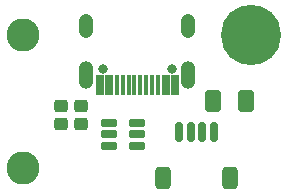
<source format=gbr>
%TF.GenerationSoftware,KiCad,Pcbnew,8.0.2*%
%TF.CreationDate,2025-12-10T20:50:01-08:00*%
%TF.ProjectId,Numpad_Daughterboard,4e756d70-6164-45f4-9461-756768746572,rev?*%
%TF.SameCoordinates,Original*%
%TF.FileFunction,Soldermask,Bot*%
%TF.FilePolarity,Negative*%
%FSLAX46Y46*%
G04 Gerber Fmt 4.6, Leading zero omitted, Abs format (unit mm)*
G04 Created by KiCad (PCBNEW 8.0.2) date 2025-12-10 20:50:01*
%MOMM*%
%LPD*%
G01*
G04 APERTURE LIST*
G04 Aperture macros list*
%AMRoundRect*
0 Rectangle with rounded corners*
0 $1 Rounding radius*
0 $2 $3 $4 $5 $6 $7 $8 $9 X,Y pos of 4 corners*
0 Add a 4 corners polygon primitive as box body*
4,1,4,$2,$3,$4,$5,$6,$7,$8,$9,$2,$3,0*
0 Add four circle primitives for the rounded corners*
1,1,$1+$1,$2,$3*
1,1,$1+$1,$4,$5*
1,1,$1+$1,$6,$7*
1,1,$1+$1,$8,$9*
0 Add four rect primitives between the rounded corners*
20,1,$1+$1,$2,$3,$4,$5,0*
20,1,$1+$1,$4,$5,$6,$7,0*
20,1,$1+$1,$6,$7,$8,$9,0*
20,1,$1+$1,$8,$9,$2,$3,0*%
G04 Aperture macros list end*
%ADD10RoundRect,0.262900X-0.325400X-0.262900X0.325400X-0.262900X0.325400X0.262900X-0.325400X0.262900X0*%
%ADD11C,2.801600*%
%ADD12C,0.801600*%
%ADD13RoundRect,0.050800X-0.300000X-0.820000X0.300000X-0.820000X0.300000X0.820000X-0.300000X0.820000X0*%
%ADD14RoundRect,0.050800X-0.150000X-0.820000X0.150000X-0.820000X0.150000X0.820000X-0.150000X0.820000X0*%
%ADD15O,1.254000X2.354000*%
%ADD16O,1.254000X2.054000*%
%ADD17RoundRect,0.175400X-0.500400X-0.175400X0.500400X-0.175400X0.500400X0.175400X-0.500400X0.175400X0*%
%ADD18RoundRect,0.175400X0.175400X0.650400X-0.175400X0.650400X-0.175400X-0.650400X0.175400X-0.650400X0*%
%ADD19RoundRect,0.271166X0.379634X0.679634X-0.379634X0.679634X-0.379634X-0.679634X0.379634X-0.679634X0*%
%ADD20RoundRect,0.270320X0.405480X0.655480X-0.405480X0.655480X-0.405480X-0.655480X0.405480X-0.655480X0*%
%ADD21C,5.101600*%
G04 APERTURE END LIST*
D10*
%TO.C,R2*%
X5537500Y-9900000D03*
X7262500Y-9900000D03*
%TD*%
D11*
%TO.C,H3*%
X2350000Y-13650000D03*
%TD*%
D12*
%TO.C,J1*%
X14890000Y-5250000D03*
X9110000Y-5250000D03*
D13*
X8800000Y-6620000D03*
X9600000Y-6620000D03*
D14*
X10750000Y-6620000D03*
X11750000Y-6620000D03*
X12250000Y-6620000D03*
X13250000Y-6620000D03*
D13*
X14400000Y-6620000D03*
X15200000Y-6620000D03*
X15200000Y-6620000D03*
X14400000Y-6620000D03*
D14*
X13750000Y-6620000D03*
X12750000Y-6620000D03*
X11250000Y-6620000D03*
X10250000Y-6620000D03*
D13*
X9600000Y-6620000D03*
X8800000Y-6620000D03*
D15*
X16320000Y-5750000D03*
D16*
X16320000Y-1600000D03*
D15*
X7680000Y-5750000D03*
D16*
X7680000Y-1600000D03*
%TD*%
D10*
%TO.C,R1*%
X5537500Y-8400000D03*
X7262500Y-8400000D03*
%TD*%
D17*
%TO.C,U1*%
X9625000Y-11750000D03*
X9625000Y-10800000D03*
X9625000Y-9850000D03*
X11975000Y-9850000D03*
X11975000Y-10800000D03*
X11975000Y-11750000D03*
%TD*%
D18*
%TO.C,J2*%
X18500000Y-10625000D03*
X17500000Y-10625000D03*
X16500000Y-10625000D03*
X15500000Y-10625000D03*
D19*
X19800000Y-14500000D03*
X14200000Y-14500000D03*
%TD*%
D20*
%TO.C,F1*%
X21200000Y-8000000D03*
X18400000Y-8000000D03*
%TD*%
D11*
%TO.C,H2*%
X2350000Y-2350000D03*
%TD*%
D21*
%TO.C,H1*%
X21650038Y-2349952D03*
%TD*%
M02*

</source>
